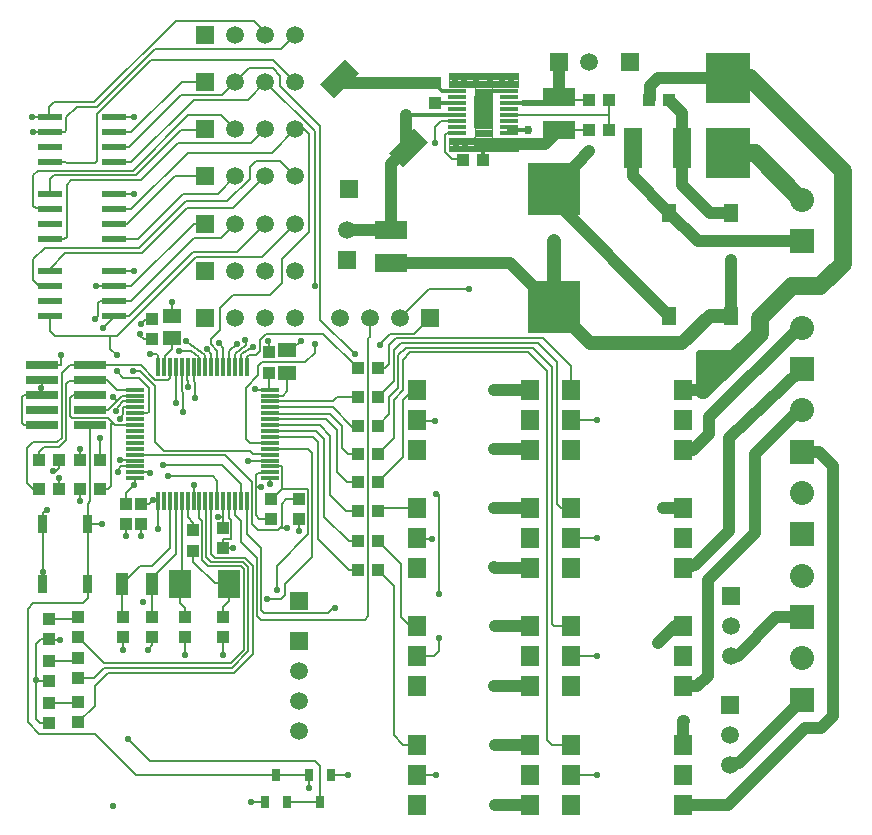
<source format=gtl>
G04 DipTrace 2.4.0.2*
%INlayer1.GTL*%
%MOMM*%
%ADD10C,0.15*%
%ADD13C,1.5*%
%ADD14C,1.0*%
%ADD15C,1.2*%
%ADD16C,0.3*%
%ADD17C,0.5*%
%ADD18C,0.1*%
%ADD19C,0.635*%
%ADD23R,1.2X1.52*%
%ADD24R,4.5X4.5*%
%ADD25R,2.7X1.6*%
%ADD26R,1.0X1.1*%
%ADD27R,1.5X1.3*%
%ADD28R,3.81X4.24*%
%ADD30R,2.032X2.032*%
%ADD32C,2.032*%
%ADD33R,1.5X1.5*%
%ADD34C,1.5*%
%ADD35R,2.79X0.74*%
%ADD37R,0.65X1.05*%
%ADD38R,1.1X1.0*%
%ADD39R,1.6X3.4*%
%ADD40R,1.5X1.78*%
%ADD41R,1.6X0.3*%
%ADD42R,1.6X2.7*%
%ADD44R,0.3X1.6*%
%ADD45R,2.0X0.6*%
%ADD46R,1.9X2.4*%
%ADD47R,1.1X1.9*%
%ADD48C,0.55*%
%ADD49C,0.75*%
%FSLAX53Y53*%
G04*
G71*
G90*
G75*
G01*
%LNTop*%
%LPD*%
X66750Y53500D2*
D13*
X66700D1*
X62750Y57450D1*
X60500D1*
Y63830D2*
D14*
X60620D1*
X60500D2*
X54539D1*
X53859Y63149D1*
Y62074D1*
X53850Y61950D1*
X60500Y63830D2*
D13*
X62370D1*
X70200Y56000D1*
Y48087D1*
X68322Y46209D1*
X65896D1*
X63200Y43513D1*
Y42200D1*
X58400Y37400D1*
X56700Y27400D2*
D14*
X55000D1*
X56700Y17400D2*
X56000D1*
X54600Y16000D1*
X56700Y7400D2*
Y9400D1*
X56800D1*
X43700Y27400D2*
X40700D1*
X43700Y37400D2*
X40700D1*
X58400D2*
X56700D1*
X66750Y50000D2*
X58000D1*
X55550Y52450D1*
X52500Y55500D1*
Y57950D1*
X55550Y43710D2*
X45750Y53510D1*
Y54450D1*
X48740Y57700D2*
X45750Y54450D1*
X3000Y16300D2*
D10*
X2300D1*
X1900Y15900D1*
Y12835D1*
Y12800D1*
Y9600D1*
X2250Y9250D1*
X3000D1*
Y12800D2*
X1900D1*
X21600Y38900D2*
Y37550D1*
X21700Y37450D1*
X10793Y27767D2*
X11467D1*
X11800Y28100D1*
X12150D1*
X12250Y28000D1*
X9500Y27786D2*
Y28700D1*
X10300Y29500D1*
Y29603D1*
Y29950D1*
Y29603D2*
X10200Y29503D1*
Y29400D1*
X17720Y24029D2*
X18600D1*
X17720D2*
Y24816D1*
X18463D1*
Y26391D1*
X18250Y26604D1*
Y28000D1*
X22300Y20500D2*
Y22556D1*
X24940Y25197D1*
Y29007D1*
X22756D1*
Y30950D1*
X21700D1*
X4036Y40361D2*
Y39534D1*
X2386D1*
X22756Y29007D2*
X22707D1*
X21800Y28100D1*
Y28200D1*
X11580Y40437D2*
X12160D1*
X12250Y40328D1*
Y39400D1*
X12240Y25679D2*
Y27422D1*
X12250Y27432D1*
Y28000D1*
X5662Y32436D2*
X5650Y31500D1*
X3350Y30556D2*
X3575D1*
X3850Y30831D1*
Y31500D1*
X10742Y42189D2*
Y41975D1*
X11017Y41700D1*
X11700D1*
X20445Y37541D2*
X20536Y37450D1*
X21700D1*
X5662Y28042D2*
X5650Y29000D1*
X3858Y29947D2*
X3850Y29000D1*
X3960Y16281D2*
X3000Y16300D1*
X3100Y54000D2*
Y55300D1*
X3400Y55600D1*
X10400D1*
X14200Y59400D1*
X16150D1*
X16250Y59500D1*
X15750Y39400D2*
Y40237D1*
X15052Y40741D1*
X14000Y40700D1*
X18790Y59500D2*
X17590Y60700D1*
X14800D1*
X10100Y56000D1*
X2100D1*
X1700Y55600D1*
Y53000D1*
X1900Y52800D1*
X3030D1*
X3100Y52730D1*
X16250Y39400D2*
Y40350D1*
X15308Y41034D1*
X15042Y41240D1*
X14600Y41600D1*
X5500Y9300D2*
X6900Y10700D1*
Y12400D1*
X8000Y13500D1*
X18700D1*
X20300Y15100D1*
Y22500D1*
X19600Y23200D1*
X17100D1*
X16750Y23550D1*
Y28000D1*
X10300Y31950D2*
X17900D1*
X20200Y29650D1*
Y26100D1*
X20700Y25600D1*
X22400D1*
X22566Y25766D1*
X22700Y25900D1*
Y27800D1*
X23100Y28200D1*
X24200D1*
X22566Y25766D2*
X23166D1*
X3100Y50190D2*
X4290D1*
X4500Y50400D1*
Y54800D1*
X4900Y55200D1*
X10800D1*
X13900Y58300D1*
X20130D1*
X21330Y59500D1*
X16750Y39400D2*
Y40510D1*
X16382Y40896D1*
X8500Y52730D2*
X9980D1*
X14750Y57500D1*
X21870D1*
X23870Y59500D1*
X17250Y39400D2*
Y40750D1*
X16700Y41300D1*
Y41700D1*
X17500Y42500D1*
Y44400D1*
X18600Y45500D1*
X21700D1*
X22700Y46500D1*
Y48500D1*
X25000Y50800D1*
Y59100D1*
X24600Y59500D1*
X23870D1*
X8500Y51460D2*
X9660D1*
X13700Y55500D1*
X16250D1*
X17750Y39400D2*
Y40982D1*
X17371Y41361D1*
X18790Y55500D2*
X17290Y54000D1*
X14400D1*
X10590Y50190D1*
X8500D1*
X18250Y39400D2*
Y40750D1*
X18891Y41300D1*
X21330Y55500D2*
X18630Y52800D1*
X14700D1*
X10900Y49000D1*
X4400D1*
X3100Y47700D1*
Y47500D1*
X18750Y39400D2*
Y40460D1*
X19669Y41259D1*
X19648Y41648D1*
X9500Y26086D2*
Y25100D1*
X10793Y26067D2*
X10800D1*
Y25100D1*
X9268Y16468D2*
X9274Y15424D1*
X11768Y16468D2*
Y15807D1*
X11359Y15399D1*
X14518Y16468D2*
X14522Y14968D1*
X17768Y16468D2*
X17766Y14968D1*
X23200Y40800D2*
X23515D1*
X24326Y41611D1*
X21600Y40600D2*
Y41531D1*
X21579D1*
X13400Y43700D2*
Y44900D1*
X11700Y43400D2*
X11224D1*
X10826Y43003D1*
X17720Y25729D2*
X17750D1*
Y26665D1*
Y28000D1*
X45750Y44450D2*
D15*
X48800Y41400D1*
X56650D1*
X58960Y43710D1*
X60750D1*
X45750Y44450D2*
Y47500D1*
Y48750D1*
Y50000D1*
Y48750D2*
D3*
Y47500D2*
D3*
X47200Y34860D2*
D10*
X49450D1*
X47200Y24860D2*
X49450D1*
X47200Y14860D2*
X49450D1*
X47200Y4860D2*
X49450D1*
X34200D2*
Y4800D1*
X35800D1*
X34200Y14860D2*
Y14900D1*
X35600D1*
X36000Y15300D1*
Y16400D1*
X34200Y24860D2*
Y24800D1*
X35400D1*
X34200Y34860D2*
Y34800D1*
X35700D1*
X46200Y59400D2*
X48700D1*
X48750Y59450D1*
X42000Y62700D2*
D16*
X39909D1*
X39800Y62591D1*
Y60950D1*
X39802Y56926D2*
Y58250D1*
D14*
X45050D1*
X46200Y59400D1*
X2386Y34454D2*
D10*
X872D1*
X700Y34626D1*
Y36804D1*
X905Y37008D1*
X2371D1*
X2386Y36994D1*
Y38264D1*
Y36994D2*
X2374Y37626D1*
X2500Y21000D2*
Y21997D1*
Y26080D1*
X10300Y30450D2*
X11550D1*
X11600Y30400D1*
X21800Y26500D2*
X20800D1*
X20500Y26800D1*
Y29200D1*
Y30200D1*
X20711Y30411D1*
X21661D1*
X21700Y30450D1*
X20500Y29200D2*
X21000D1*
X45750Y44450D2*
D14*
X42050Y48150D1*
X32000D1*
X24200Y26500D2*
D10*
Y25500D1*
X17750Y26665D2*
X17286D1*
X2817Y27280D2*
X2775D1*
X2500Y27005D1*
Y26080D1*
X60750Y43710D2*
D14*
Y48400D1*
X8500Y60500D2*
D10*
X10250D1*
X8500Y54000D2*
X10250D1*
X8500Y47500D2*
X10250D1*
X5500Y13000D2*
X6800D1*
X7700Y13900D1*
X18500D1*
X19900Y15300D1*
Y22400D1*
X19400Y22900D1*
X16700D1*
X16300Y23300D1*
Y27950D1*
X16250Y28000D1*
X23870Y55500D2*
X22570Y56800D1*
X20500D1*
X20000Y56300D1*
Y55300D1*
X18100Y53400D1*
X14600D1*
X10650Y49450D1*
X2650D1*
X1700Y48500D1*
Y46700D1*
X2170Y46230D1*
X3100D1*
X20258Y41095D2*
X19234Y40440D1*
X19250Y39400D1*
X8500Y46230D2*
X9980D1*
X15250Y51500D1*
X16250D1*
X17250Y28000D2*
Y29750D1*
X16900Y30100D1*
X13100D1*
X7000Y46200D2*
X8470D1*
X8500Y46230D1*
X3100Y60500D2*
X3000D1*
Y61400D1*
X3400Y61800D1*
X6850D1*
X13750Y68700D1*
X20350D1*
X21550Y67500D1*
X21330D1*
X3100Y60500D2*
X1924D1*
X1600D1*
X9040Y31471D2*
X9731D1*
X9751Y31450D1*
X10300D1*
X23870Y67500D2*
X22670Y66300D1*
X11950D1*
X7050Y61400D1*
X5350D1*
X4450Y60500D1*
Y59400D1*
X4350Y59300D1*
X3170D1*
X3100Y59230D1*
X8837Y30480D2*
Y30675D1*
X9112Y30950D1*
X10300D1*
X3100Y59230D2*
X1651D1*
X1649Y59233D1*
X18790Y51500D2*
X17590Y50300D1*
X15300D1*
X9960Y44960D1*
X8500D1*
X7360D1*
X7200Y44800D1*
Y43700D1*
X6950Y43450D1*
X8709Y35613D2*
X8850Y36000D1*
X9250Y36450D1*
X10450D1*
X9250D2*
X10300D1*
X6456Y38264D2*
X7933D1*
X8744Y37453D1*
X10297D1*
X10300Y37450D1*
X2150Y31500D2*
Y32175D1*
X2575Y32600D1*
X3849D1*
X4443Y33193D1*
Y37920D1*
X4745Y38223D1*
X6415D1*
X6456Y38264D1*
Y35724D2*
X7994D1*
X8790Y36519D1*
X9184Y36913D1*
X10263D1*
X10300Y36950D1*
X7350Y31500D2*
X7300D1*
Y33400D1*
X8439Y36871D2*
X8790Y36519D1*
X6456Y36994D2*
X5056D1*
X4800Y36738D1*
Y35194D1*
X4935Y35059D1*
X7982D1*
X8599Y34442D1*
X10292D1*
X10300Y34450D1*
X7350Y29000D2*
X8003D1*
X8304Y29301D1*
Y34647D1*
X8599Y34442D1*
X6456Y39534D2*
X10762D1*
X12008Y38287D1*
X13060D1*
X13241Y38468D1*
Y39391D1*
X13250Y39400D1*
X2150Y29000D2*
X1700D1*
X1187Y29513D1*
Y32487D1*
X1700Y33000D1*
X3718D1*
X4100Y33382D1*
Y38852D1*
X4799Y39550D1*
X6439D1*
X6456Y39534D1*
X21330Y51500D2*
X18930Y49100D1*
X15200D1*
X9790Y43690D1*
X8500D1*
Y43600D1*
X7550Y42650D1*
X9000Y34950D2*
X9250Y35350D1*
Y35950D1*
X10300D1*
X23870Y51500D2*
X21070Y48700D1*
X15500D1*
X8800Y42000D1*
X8180D1*
X3550D1*
X3100Y42450D1*
Y43690D1*
X10300Y35450D2*
X11300D1*
X11450Y35600D1*
Y37600D1*
X10600Y38450D1*
X9300D1*
X8750Y39000D1*
Y40350D2*
X8180Y40920D1*
Y42000D1*
X66800Y42700D2*
D14*
X66500D1*
X58915Y35115D1*
Y33705D1*
X57530Y32320D1*
X56700D1*
X66800Y42700D2*
D3*
X5500Y14700D2*
D10*
X5300Y14500D1*
X3000D1*
X15220Y25529D2*
Y26185D1*
X14750Y26655D1*
Y28000D1*
X5500Y11000D2*
X5450Y10950D1*
X3000D1*
X43700Y2320D2*
D14*
X40779D1*
X14120Y21029D2*
D10*
Y19379D1*
X14518Y18981D1*
Y18168D1*
X14120Y21029D2*
X14250Y21159D1*
Y28000D1*
X30850Y36800D2*
X32200Y38150D1*
Y40800D1*
X32800Y41400D1*
X44400D1*
X46000Y39800D1*
Y27800D1*
X46400Y27400D1*
X47200D1*
X30850Y34400D2*
X31800Y35350D1*
Y36800D1*
X32600Y37600D1*
Y40400D1*
X33200Y41000D1*
X44000D1*
X45600Y39400D1*
Y17600D1*
X45800Y17400D1*
X47200D1*
X55550Y61950D2*
D14*
X56650Y60850D1*
Y58000D1*
X56600Y57950D1*
Y54800D1*
X58950Y52450D1*
X60750D1*
X30850Y32000D2*
D10*
X32200Y33350D1*
Y36600D1*
X33000Y37400D1*
Y40000D1*
X33600Y40600D1*
X43600D1*
X45200Y39000D1*
Y7800D1*
X45600Y7400D1*
X47200D1*
X30850Y29600D2*
X33000Y31750D1*
Y36600D1*
X33800Y37400D1*
X34200D1*
X11720Y21029D2*
Y18168D1*
X11768D1*
X11720Y21029D2*
Y21529D1*
X13750Y23559D1*
Y28000D1*
X9220Y21029D2*
Y18168D1*
X9268D1*
X9220Y21029D2*
X10720Y22529D1*
X11720D1*
X13250Y24059D1*
Y28000D1*
X30850Y27200D2*
X31050Y27400D1*
X34200D1*
X66800Y39200D2*
D14*
X60600Y33400D1*
Y25504D1*
X57696Y22600D1*
X56700Y22320D1*
X30850Y24600D2*
D10*
X32800Y22650D1*
Y18200D1*
X33600Y17400D1*
X34200D1*
X13400Y41800D2*
Y40900D1*
X12800Y40300D1*
Y39400D1*
X12750D1*
X21700Y36950D2*
X22850D1*
X23200Y37300D1*
Y38900D1*
X30850Y22200D2*
X32200Y20850D1*
Y8200D1*
X33000Y7400D1*
X34200D1*
X23200Y2500D2*
X25950D1*
Y5550D1*
X25500Y6000D1*
X11600D1*
X9700Y7900D1*
X30850Y39300D2*
X31500D1*
X31800Y39600D1*
Y41200D1*
X32400Y41800D1*
X44800D1*
X47171Y39429D1*
Y37400D1*
X47200D1*
X43700Y12320D2*
D14*
X43706Y12326D1*
X40723D1*
X43700Y22320D2*
X40780D1*
X40700Y22400D1*
X43700Y32320D2*
X43620Y32400D1*
X40700D1*
X66800Y35700D2*
X66500D1*
X62800Y32000D1*
Y25332D1*
X58800Y21332D1*
Y13200D1*
X57920Y12320D1*
X56700D1*
X66800Y32200D2*
X68200D1*
X69400Y31000D1*
Y9800D1*
X68400Y8800D1*
X67000D1*
X60520Y2320D1*
X56700D1*
X26900Y4800D2*
D10*
X28300D1*
X21300Y2500D2*
X20100D1*
X46200Y62200D2*
D17*
Y61700D1*
X43150D1*
D16*
X42000D1*
X48750Y61950D2*
D10*
X46450D1*
D14*
X46200Y62200D1*
Y65200D2*
Y62200D1*
X37600Y61700D2*
D16*
X35700D1*
X42000Y59200D2*
Y59700D1*
X33434Y57966D2*
D14*
X32000Y56533D1*
Y50950D1*
X31960Y50990D1*
X28250D1*
X33434Y57966D2*
X33200D1*
Y60700D1*
D16*
X37600D1*
X42000Y59700D2*
Y59400D1*
X43600D1*
X37600Y59200D2*
D10*
X36687D1*
X36509Y59022D1*
Y57541D1*
X37100Y56950D1*
X38078D1*
X38102Y56926D1*
X27600Y63800D2*
D14*
X28000Y63400D1*
X35600D1*
D16*
X36300Y62700D1*
X37600D1*
D10*
X36400D1*
X35700Y63400D1*
X50450Y59450D2*
Y60715D1*
Y61950D1*
Y60715D2*
X42000D1*
Y60700D1*
X5500Y18200D2*
X5300Y18000D1*
X3000D1*
X60750Y14920D2*
D14*
X61320D1*
X64600Y18200D1*
X66800D1*
X60689Y5669D2*
X60820Y5800D1*
X61400D1*
X66800Y11200D1*
X43700Y7400D2*
X40800D1*
X43700Y17400D2*
X40800Y17460D1*
X18220Y21029D2*
D10*
Y19529D1*
X17768Y19077D1*
Y18168D1*
X18220Y21029D2*
Y21094D1*
X17045D1*
X15248Y22890D1*
Y23829D1*
X15220D1*
X5500Y16500D2*
X7700Y14300D1*
X18400D1*
X19500Y15400D1*
Y22300D1*
X19300Y22500D1*
X16500D1*
X16000Y23000D1*
Y26300D1*
X15750Y26550D1*
Y28000D1*
X29150Y39300D2*
X26250Y42200D1*
X21424D1*
X20872Y41648D1*
Y40747D1*
X20544Y40419D1*
X19951D1*
X19750Y40219D1*
Y39400D1*
X29150Y36800D2*
X27400D1*
X27075Y36475D1*
X21725D1*
X21700Y36450D1*
X29150Y34400D2*
Y34322D1*
X28678D1*
X27020Y35980D1*
X21730D1*
X21700Y35950D1*
X29150Y32000D2*
X28338D1*
X27800Y32538D1*
Y34400D1*
X26781Y35419D1*
X21731D1*
X21700Y35450D1*
X29150Y29600D2*
X28232D1*
X27359Y30473D1*
Y34041D1*
X26475Y34925D1*
X21725D1*
X21700Y34950D1*
X29150Y27200D2*
X28200D1*
X26832Y28568D1*
Y33568D1*
X25937Y34463D1*
X21713D1*
X21700Y34450D1*
X29150Y24600D2*
X28400D1*
X26304Y26696D1*
Y33296D1*
X25631Y33969D1*
X21719D1*
X21700Y33950D1*
X29150Y22200D2*
X28400D1*
X25809Y24791D1*
Y32991D1*
X25326Y33474D1*
X21724D1*
X21700Y33450D1*
X6310Y21000D2*
Y26080D1*
Y27810D1*
X6500Y28000D1*
Y34410D1*
X6456Y34454D1*
X22250Y4800D2*
X25000D1*
X22250D2*
X10400D1*
X6900Y8300D1*
X2200D1*
X1200Y9300D1*
Y18900D1*
X1700Y19400D1*
X5900D1*
X6300Y19800D1*
Y20990D1*
X6310Y21000D1*
X25000Y4800D2*
Y3700D1*
X15250Y28000D2*
Y29400D1*
X7500Y26100D2*
X6330D1*
X6310Y26080D1*
X37600Y60200D2*
X36200D1*
X35703Y59703D1*
Y58369D1*
X3100Y56690D2*
X4410D1*
X4500Y56600D1*
X6900D1*
X7100Y56800D1*
Y60800D1*
X11650Y65350D1*
X22020D1*
X23870Y63500D1*
X21486Y19761D2*
X22680D1*
X23010Y20091D1*
Y20980D1*
X25271Y23241D1*
Y32106D1*
X24926Y32450D1*
X21700D1*
X21330Y63500D2*
X19830Y62000D1*
X15300D1*
X9990Y56690D1*
X8500D1*
X25500Y41300D2*
Y40590D1*
X24712Y39802D1*
X21054D1*
X20724Y39472D1*
Y38659D1*
X19657Y37592D1*
Y33299D1*
X20007Y32950D1*
X21700D1*
X21330Y63500D2*
X25500Y59330D1*
Y46200D1*
X8500Y59230D2*
X9980D1*
X14250Y63500D1*
X16250D1*
X10150Y39000D2*
X10750D1*
X12000Y37750D1*
Y33000D1*
X12750Y32250D1*
X20000D1*
X20250Y32000D1*
X21650D1*
X21700Y31950D1*
X8500Y57960D2*
X9760D1*
X14200Y62400D1*
X17690D1*
X18790Y63500D1*
X19990Y64700D1*
X21950D1*
X22600Y64050D1*
Y63200D1*
X26000Y59800D1*
Y43350D1*
X28900Y40450D1*
X19900Y31450D2*
X21700D1*
X14400Y35600D2*
Y37196D1*
X14250Y37346D1*
Y39400D1*
X13800Y36300D2*
Y39350D1*
X13750Y39400D1*
X14804Y37718D2*
Y38206D1*
X14728Y38282D1*
Y39378D1*
X14750Y39400D1*
X15377Y36725D2*
Y38043D1*
X15250Y38171D1*
Y39400D1*
X30170Y43500D2*
Y41910D1*
X30053Y41793D1*
Y18250D1*
X29735Y17932D1*
X20953D1*
X20622Y18263D1*
Y23190D1*
X19302Y24511D1*
Y26296D1*
X18750Y26848D1*
Y28000D1*
X12700Y31100D2*
X17650D1*
X19250Y29500D1*
Y28000D1*
X35250Y43500D2*
X33950Y42200D1*
X31850D1*
X31000Y41350D1*
Y41250D1*
X21750Y29500D2*
X21700Y29550D1*
Y29950D1*
X27200Y19000D2*
X27100D1*
X26600Y18500D1*
X21249D1*
X20953Y18796D1*
Y24028D1*
X19750Y25231D1*
Y28000D1*
X35750Y28650D2*
X36015D1*
Y20168D1*
X32710Y43500D2*
X35210Y46000D1*
X38600D1*
D48*
X55000Y27400D3*
X54600Y16000D3*
X56800Y9400D3*
X40700Y27400D3*
Y37400D3*
D49*
X48740Y57700D3*
D48*
X1900Y12835D3*
X8400Y2200D3*
X10200Y29400D3*
X11800Y28100D3*
X18600Y24029D3*
X14000Y40700D3*
X14600Y41600D3*
X23166Y25766D3*
X16382Y40896D3*
X17371Y41361D3*
X18891Y41300D3*
X19648Y41648D3*
X9500Y25100D3*
X10800D3*
X9274Y15424D3*
X11359Y15399D3*
X14522Y14968D3*
X17766D3*
X24326Y41611D3*
X21579Y41531D3*
X13400Y44900D3*
X10826Y43003D3*
D49*
X45750Y50000D3*
D48*
X49450Y34860D3*
Y24860D3*
Y14860D3*
Y4860D3*
X35800Y4800D3*
X36000Y16400D3*
X35400Y24800D3*
X35700Y34800D3*
X2500Y21997D3*
X11600Y30400D3*
X21000Y29200D3*
X10979Y19500D3*
X24200Y25500D3*
X17286Y26665D3*
D49*
X60750Y48400D3*
D48*
X10250Y60500D3*
Y54000D3*
Y47500D3*
X20258Y41095D3*
X13100Y30100D3*
X7000Y46200D3*
X6950Y43450D3*
X8709Y35613D3*
X7300Y33400D3*
X8439Y36871D3*
X7550Y42650D3*
X9000Y34950D3*
X8750Y39000D3*
Y40350D3*
X40779Y2320D3*
X9700Y7900D3*
X40723Y12326D3*
X40700Y22400D3*
Y32400D3*
X28300Y4800D3*
X20100Y2500D3*
D49*
X43600Y59400D3*
X33200Y60700D3*
D48*
X40800Y7400D3*
Y17460D3*
X25000Y3700D3*
X15250Y29400D3*
X7500Y26100D3*
X35703Y58369D3*
X15250Y29400D3*
X35703Y58369D3*
X28900Y40450D3*
X19900Y31450D3*
X14400Y35600D3*
X13800Y36300D3*
X14804Y37718D3*
X15377Y36725D3*
X31000Y41250D3*
X21750Y29500D3*
D49*
X60800Y45800D3*
Y47200D3*
X45750Y48750D3*
Y47500D3*
D48*
X37489Y58249D3*
X38250Y58250D3*
X39250D3*
X40500D3*
X41500D3*
X42250D3*
X37375Y63750D3*
D49*
X58400Y37400D3*
X58600Y38800D3*
Y40000D3*
D48*
X38136Y63751D3*
X39136D3*
X40386D3*
X41386D3*
X42136D3*
D49*
X34100Y48100D3*
X35500D3*
X60000Y40000D3*
Y38800D3*
D48*
X2817Y27280D3*
X2374Y37626D3*
X22300Y20500D3*
X4036Y40361D3*
X11580Y40437D3*
X3350Y30556D3*
X10742Y42189D3*
X20445Y37541D3*
X12240Y25679D3*
X5662Y28042D3*
Y32436D3*
X3858Y29947D3*
X3960Y16281D3*
X1600Y60500D3*
X9040Y31471D3*
X8837Y30480D3*
X1649Y59233D3*
X21486Y19761D3*
X25500Y41300D3*
Y46200D3*
X10150Y39000D3*
X12700Y31100D3*
X27200Y19000D3*
X36015Y20168D3*
X35750Y28650D3*
X38600Y46000D3*
X36860Y64203D2*
D18*
X42741D1*
X36860Y64107D2*
X42741D1*
X36860Y64010D2*
X42741D1*
X36860Y63913D2*
X42741D1*
X36860Y63817D2*
X42741D1*
X36860Y63720D2*
X42741D1*
X36860Y63623D2*
X42741D1*
X36860Y63527D2*
X42741D1*
X36860Y63430D2*
X42741D1*
X36860Y63333D2*
X42741D1*
X36860Y63237D2*
X42741D1*
X36860Y63140D2*
X42741D1*
X39059Y63043D2*
X40541D1*
X39059Y62947D2*
X40541D1*
X39059Y62850D2*
X40541D1*
X39059Y62753D2*
X40541D1*
X39059Y62657D2*
X40541D1*
X39059Y62560D2*
X40541D1*
X39059Y62463D2*
X40541D1*
X39059Y62367D2*
X40541D1*
X39059Y62270D2*
X40541D1*
X39059Y62173D2*
X40541D1*
X39059Y62077D2*
X40541D1*
X39059Y61980D2*
X40541D1*
X39059Y61883D2*
X40541D1*
X39059Y61787D2*
X40541D1*
X39059Y61690D2*
X40541D1*
X39059Y61593D2*
X40541D1*
X39059Y61497D2*
X40541D1*
X39059Y61400D2*
X40541D1*
X39059Y61303D2*
X40541D1*
X39059Y61207D2*
X40541D1*
X39059Y61110D2*
X40541D1*
X39059Y61013D2*
X40541D1*
X39059Y60917D2*
X40541D1*
X39059Y60820D2*
X40541D1*
X39059Y60723D2*
X40541D1*
X39059Y60627D2*
X40541D1*
X39059Y60530D2*
X40541D1*
X39059Y60433D2*
X40541D1*
X39059Y60337D2*
X40541D1*
X39059Y60240D2*
X40541D1*
X39059Y60143D2*
X40541D1*
X39059Y60047D2*
X40541D1*
X39059Y59950D2*
X40541D1*
X39059Y59853D2*
X40541D1*
X39059Y59757D2*
X40541D1*
X39059Y59660D2*
X40480D1*
X39059Y59563D2*
X40520D1*
X39059Y59467D2*
X40541D1*
X39059Y59370D2*
X40541D1*
X39059Y59273D2*
X40541D1*
X39059Y59177D2*
X40541D1*
X39059Y59080D2*
X40541D1*
X39059Y58983D2*
X40541D1*
X39059Y58887D2*
X40541D1*
X36860Y58790D2*
X42741D1*
X36860Y58693D2*
X42741D1*
X36860Y58597D2*
X42741D1*
X36860Y58500D2*
X42741D1*
X36860Y58403D2*
X42741D1*
X36860Y58307D2*
X42741D1*
X36860Y58210D2*
X42741D1*
X36860Y58113D2*
X42741D1*
X36860Y58017D2*
X42741D1*
X36860Y57920D2*
X42741D1*
X36860Y57823D2*
X42741D1*
X36860Y57727D2*
X42741D1*
X40550Y58900D2*
Y59552D1*
X40530Y59564D1*
X40500Y59603D1*
X40489Y59651D1*
X40501Y59699D1*
X40532Y59738D1*
X40550Y59746D1*
Y63050D1*
X40574Y63092D1*
X40600Y63100D1*
X42750D1*
Y64300D1*
X36850D1*
Y63100D1*
X39000D1*
X39042Y63076D1*
X39050Y63050D1*
Y58850D1*
X39026Y58808D1*
X39000Y58800D1*
X36850D1*
Y57700D1*
X42750D1*
Y58800D1*
X40600D1*
X40558Y58824D1*
X40550Y58850D1*
Y58900D1*
X58181Y39851D2*
D19*
X60480D1*
X58181Y39219D2*
X59706D1*
X58181Y38587D2*
X58932D1*
X58118Y40165D2*
Y37873D1*
X61308Y40480D1*
X58118Y40483D1*
Y40165D1*
D23*
X60750Y52450D3*
X55550D3*
Y43710D3*
X60750D3*
D24*
X45750Y44450D3*
Y54450D3*
D25*
X46200Y62200D3*
Y59400D3*
D26*
X35700Y63400D3*
Y61700D3*
D25*
X32000Y50950D3*
Y48150D3*
D26*
X14518Y16468D3*
Y18168D3*
X17768Y16468D3*
Y18168D3*
X9268Y16468D3*
Y18168D3*
X11768Y16468D3*
Y18168D3*
X9500Y27786D3*
Y26086D3*
X10793Y27767D3*
Y26067D3*
X17720Y24029D3*
Y25729D3*
X21800Y28200D3*
Y26500D3*
D27*
X23200Y38900D3*
Y40800D3*
D26*
X21600Y38900D3*
Y40600D3*
X11700Y41700D3*
Y43400D3*
D27*
X13400Y41800D3*
Y43700D3*
D26*
X3000Y18000D3*
Y16300D3*
Y14500D3*
Y12800D3*
Y10950D3*
Y9250D3*
D28*
X60500Y57450D3*
Y63830D3*
D30*
X66750Y50000D3*
D32*
Y53500D3*
D33*
X46200Y65200D3*
D34*
X48740D3*
D33*
X28250Y48450D3*
D34*
Y50990D3*
D35*
X2386Y39534D3*
Y38264D3*
Y36994D3*
Y35724D3*
Y34454D3*
X6456D3*
Y35724D3*
Y36994D3*
Y38264D3*
Y39534D3*
D33*
X24200Y16200D3*
D34*
Y13660D3*
Y11120D3*
Y8580D3*
D33*
X35250Y43500D3*
D34*
X32710D3*
X30170D3*
X27630D3*
D30*
X66800Y39200D3*
D32*
Y42700D3*
D30*
Y32200D3*
D32*
Y35700D3*
D30*
Y25200D3*
D32*
Y28700D3*
D30*
Y18200D3*
D32*
Y21700D3*
D30*
Y11200D3*
D32*
Y14700D3*
D33*
X60750Y20000D3*
D34*
Y17460D3*
Y14920D3*
D33*
X60689Y10749D3*
D34*
Y8209D3*
Y5669D3*
D33*
X16250Y67500D3*
D34*
X18790D3*
X21330D3*
X23870D3*
D33*
X16250Y63500D3*
D34*
X18790D3*
X21330D3*
X23870D3*
D33*
X16250Y59500D3*
D34*
X18790D3*
X21330D3*
X23870D3*
D33*
X16250Y55500D3*
D34*
X18790D3*
X21330D3*
X23870D3*
D33*
X16250Y51500D3*
D34*
X18790D3*
X21330D3*
X23870D3*
D33*
X16250Y47500D3*
D34*
X18790D3*
X21330D3*
X23870D3*
D33*
X16250Y43500D3*
D34*
X18790D3*
X21330D3*
X23870D3*
G36*
X25956Y63323D2*
X28077Y65444D1*
X29244Y64277D1*
X27123Y62156D1*
X25956Y63323D1*
G37*
G36*
X31790Y57489D2*
X33911Y59610D1*
X35078Y58444D1*
X32956Y56322D1*
X31790Y57489D1*
G37*
D37*
X26900Y4800D3*
X25000D3*
X25950Y2500D3*
X21300D3*
X23200D3*
X22250Y4800D3*
D38*
X55550Y61950D3*
X53850D3*
X50450D3*
X48750D3*
Y59450D3*
X50450D3*
X39802Y56926D3*
X38102D3*
D26*
X15220Y25529D3*
Y23829D3*
D38*
X2150Y31500D3*
X3850D3*
X2150Y29000D3*
X3850D3*
X7350Y31500D3*
X5650D3*
X7350Y29000D3*
X5650D3*
D26*
X24200Y26500D3*
Y28200D3*
D38*
X30850Y39300D3*
X29150D3*
X30850Y36800D3*
X29150D3*
X30850Y34400D3*
X29150D3*
X30850Y32000D3*
X29150D3*
X30850Y29600D3*
X29150D3*
X30850Y27200D3*
X29150D3*
X30850Y24600D3*
X29150D3*
X30850Y22200D3*
X29150D3*
D26*
X5500Y16500D3*
Y18200D3*
Y13000D3*
Y14700D3*
Y9300D3*
Y11000D3*
D39*
X52500Y57950D3*
X56600D3*
D40*
X47200Y37400D3*
Y34860D3*
Y32320D3*
X56700D3*
Y34860D3*
Y37400D3*
X47200Y27400D3*
Y24860D3*
Y22320D3*
X56700D3*
Y24860D3*
Y27400D3*
X47200Y17400D3*
Y14860D3*
Y12320D3*
X56700D3*
Y14860D3*
Y17400D3*
X47200Y7400D3*
Y4860D3*
Y2320D3*
X56700D3*
Y4860D3*
Y7400D3*
X34200Y37400D3*
Y34860D3*
Y32320D3*
X43700D3*
Y34860D3*
Y37400D3*
X34200Y27400D3*
Y24860D3*
Y22320D3*
X43700D3*
Y24860D3*
Y27400D3*
X34200Y17400D3*
Y14860D3*
Y12320D3*
X43700D3*
Y14860D3*
Y17400D3*
X34200Y7400D3*
Y4860D3*
Y2320D3*
X43700D3*
Y4860D3*
Y7400D3*
G36*
X2881Y20238D2*
X2119D1*
Y21762D1*
X2881D1*
Y20238D1*
G37*
G36*
Y25318D2*
X2119D1*
Y26842D1*
X2881D1*
Y25318D1*
G37*
G36*
X6691Y20238D2*
X5929D1*
Y21762D1*
X6691D1*
Y20238D1*
G37*
G36*
Y25318D2*
X5929D1*
Y26842D1*
X6691D1*
Y25318D1*
G37*
D33*
X28400Y54400D3*
X24200Y19600D3*
X52200Y65200D3*
D41*
X42000Y59200D3*
Y59700D3*
Y60200D3*
Y60700D3*
Y61200D3*
Y61700D3*
Y62200D3*
Y62700D3*
X37600D3*
Y62200D3*
Y61700D3*
Y61200D3*
Y60700D3*
Y60200D3*
Y59700D3*
Y59200D3*
D42*
X39800Y60950D3*
D44*
X12250Y28000D3*
X12750D3*
X13250D3*
X13750D3*
X14250D3*
X14750D3*
X15250D3*
X15750D3*
X16250D3*
X16750D3*
X17250D3*
X17750D3*
X18250D3*
X18750D3*
X19250D3*
X19750D3*
D41*
X21700Y29950D3*
Y30450D3*
Y30950D3*
Y31450D3*
Y31950D3*
Y32450D3*
Y32950D3*
Y33450D3*
Y33950D3*
Y34450D3*
Y34950D3*
Y35450D3*
Y35950D3*
Y36450D3*
Y36950D3*
Y37450D3*
D44*
X19750Y39400D3*
X19250D3*
X18750D3*
X18250D3*
X17750D3*
X17250D3*
X16750D3*
X16250D3*
X15750D3*
X15250D3*
X14750D3*
X14250D3*
X13750D3*
X13250D3*
X12750D3*
X12250D3*
D41*
X10300Y37450D3*
Y36950D3*
Y36450D3*
Y35950D3*
Y35450D3*
Y34950D3*
Y34450D3*
Y33950D3*
Y33450D3*
Y32950D3*
Y32450D3*
Y31950D3*
Y31450D3*
Y30950D3*
Y30450D3*
Y29950D3*
D45*
X3100Y60500D3*
Y59230D3*
Y57960D3*
Y56690D3*
X8500D3*
Y57960D3*
Y59230D3*
Y60500D3*
X3100Y54000D3*
Y52730D3*
Y51460D3*
Y50190D3*
X8500D3*
Y51460D3*
Y52730D3*
Y54000D3*
X3100Y47500D3*
Y46230D3*
Y44960D3*
Y43690D3*
X8500D3*
Y44960D3*
Y46230D3*
Y47500D3*
D46*
X18220Y21029D3*
X14120D3*
D47*
X11720D3*
X9220D3*
M02*

</source>
